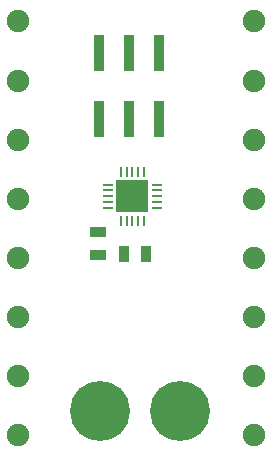
<source format=gts>
G04 (created by PCBNEW (2013-jul-07)-stable) date Wed 04 Feb 2015 01:06:01 PM EST*
%MOIN*%
G04 Gerber Fmt 3.4, Leading zero omitted, Abs format*
%FSLAX34Y34*%
G01*
G70*
G90*
G04 APERTURE LIST*
%ADD10C,0.00590551*%
%ADD11R,0.035X0.055*%
%ADD12R,0.055X0.035*%
%ADD13R,0.038X0.119*%
%ADD14R,0.108268X0.108268*%
%ADD15R,0.0354331X0.00984252*%
%ADD16R,0.00984252X0.0354331*%
%ADD17C,0.0748031*%
%ADD18C,0.2*%
G04 APERTURE END LIST*
G54D10*
G54D11*
X29875Y-22500D03*
X29125Y-22500D03*
G54D12*
X28267Y-21790D03*
X28267Y-22540D03*
G54D13*
X28315Y-15820D03*
X29315Y-15820D03*
X30315Y-15820D03*
X28315Y-18000D03*
X29315Y-18000D03*
X30315Y-18000D03*
G54D14*
X29414Y-20592D03*
G54D15*
X28587Y-20198D03*
X28587Y-20395D03*
X28587Y-20592D03*
X28587Y-20788D03*
X28587Y-20985D03*
G54D16*
X29020Y-21418D03*
X29217Y-21418D03*
X29414Y-21418D03*
X29610Y-21418D03*
X29807Y-21418D03*
G54D15*
X30240Y-20985D03*
X30240Y-20788D03*
X30240Y-20592D03*
X30240Y-20395D03*
X30240Y-20198D03*
G54D16*
X29807Y-19765D03*
X29610Y-19765D03*
X29414Y-19765D03*
X29217Y-19765D03*
X29020Y-19765D03*
G54D17*
X25590Y-14763D03*
X25590Y-16732D03*
X25590Y-18700D03*
X25590Y-20669D03*
X25590Y-22637D03*
X25590Y-24606D03*
X25590Y-26574D03*
X25590Y-28543D03*
X33464Y-20669D03*
X33464Y-18700D03*
X33464Y-16732D03*
X33464Y-14763D03*
X33464Y-28543D03*
X33464Y-26574D03*
X33464Y-24606D03*
X33464Y-22637D03*
G54D18*
X31003Y-27755D03*
X28346Y-27755D03*
M02*

</source>
